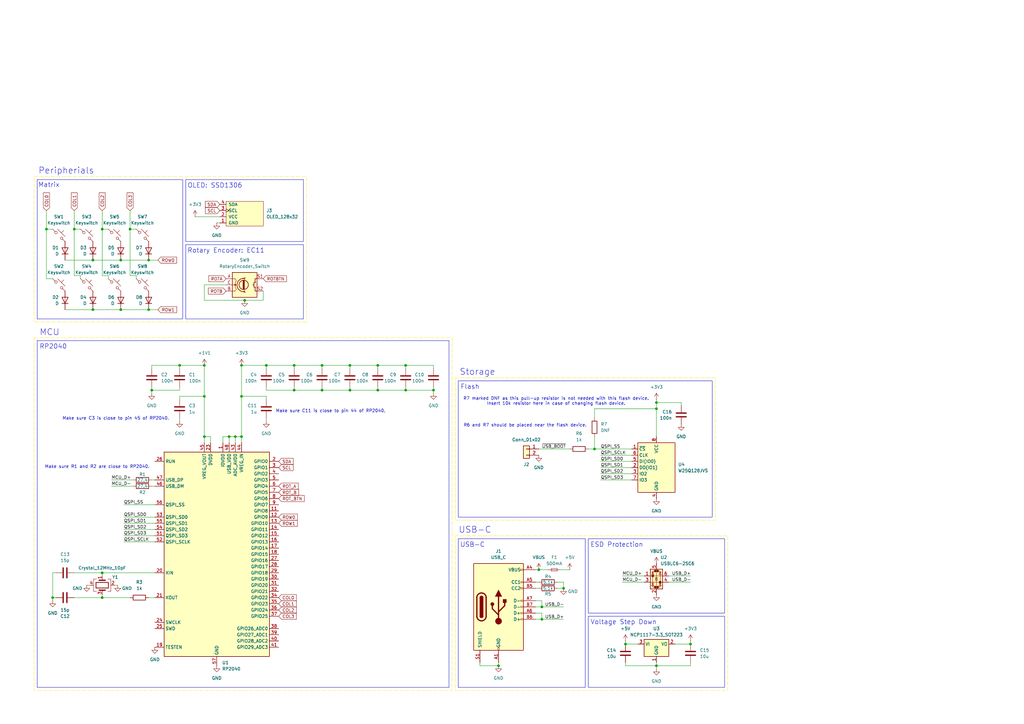
<source format=kicad_sch>
(kicad_sch (version 20231120) (generator "eeschema") (generator_version "8.0")
  (paper "A3")
  (title_block (title "HeyPad") (rev "2.0") (comment 1 "RP2040"))
  (lib_symbols
    (symbol "Connector:USB_C_Receptacle_USB2.0_14P" (pin_names (offset 1.016))
      (property "Reference" "J" (at 0 22.225 0))
      (property "Value" "USB_C_Receptacle_USB2.0_14P" (at 0 19.685 0))
      (symbol "USB_C_Receptacle_USB2.0_14P_1_1"
        (pin passive line (at 0 -22.86 90) (length 5.08) (name "GND") (number "A1"))
        (pin passive line (at 0 -22.86 90) (length 5.08) hide (name "GND") (number "A12"))
        (pin passive line (at 15.24 15.24 180) (length 5.08) (name "VBUS") (number "A4"))
        (pin bidirectional line (at 15.24 10.16 180) (length 5.08) (name "CC1") (number "A5"))
        (pin bidirectional line (at 15.24 -2.54 180) (length 5.08) (name "D+") (number "A6"))
        (pin bidirectional line (at 15.24 2.54 180) (length 5.08) (name "D-") (number "A7"))
        (pin passive line (at 15.24 15.24 180) (length 5.08) hide (name "VBUS") (number "A9"))
        (pin passive line (at 0 -22.86 90) (length 5.08) hide (name "GND") (number "B1"))
        (pin passive line (at 0 -22.86 90) (length 5.08) hide (name "GND") (number "B12"))
        (pin passive line (at 15.24 15.24 180) (length 5.08) hide (name "VBUS") (number "B4"))
        (pin bidirectional line (at 15.24 7.62 180) (length 5.08) (name "CC2") (number "B5"))
        (pin bidirectional line (at 15.24 -5.08 180) (length 5.08) (name "D+") (number "B6"))
        (pin bidirectional line (at 15.24 0 180) (length 5.08) (name "D-") (number "B7"))
        (pin passive line (at 15.24 15.24 180) (length 5.08) hide (name "VBUS") (number "B9"))
        (pin passive line (at -7.62 -22.86 90) (length 5.08) (name "SHIELD") (number "S1"))
      )
    )
    (symbol "Connector_Generic:Conn_01x02" (pin_names (offset 1.016) hide)
      (property "Reference" "J" (at 0 2.54 0))
      (property "Value" "Conn_01x02" (at 0 -5.08 0))
      (symbol "Conn_01x02_1_1"
        (pin passive line (at -5.08 0 0) (length 3.81) (name "Pin_1") (number "1"))
        (pin passive line (at -5.08 -2.54 0) (length 3.81) (name "Pin_2") (number "2"))
      )
    )
    (symbol "Device:C" (pin_numbers hide) (pin_names (offset 0.254))
      (property "Reference" "C" (at 0.635 2.54 0))
      (property "Value" "C" (at 0.635 -2.54 0))
      (symbol "C_1_1"
        (pin passive line (at 0 3.81 270) (length 2.794) (name "~") (number "1"))
        (pin passive line (at 0 -3.81 90) (length 2.794) (name "~") (number "2"))
      )
    )
    (symbol "Device:Crystal_GND24" (pin_names (offset 1.016) hide)
      (property "Reference" "Y" (at 3.175 5.08 0))
      (property "Value" "Crystal_GND24" (at 3.175 3.175 0))
      (symbol "Crystal_GND24_1_1"
        (pin passive line (at -3.81 0 0) (length 1.27) (name "1") (number "1"))
        (pin passive line (at 0 5.08 270) (length 1.27) (name "2") (number "2"))
        (pin passive line (at 3.81 0 180) (length 1.27) (name "3") (number "3"))
        (pin passive line (at 0 -5.08 90) (length 1.27) (name "4") (number "4"))
      )
    )
    (symbol "Device:D" (pin_numbers hide) (pin_names (offset 1.016) hide)
      (property "Reference" "D" (at 0 2.54 0))
      (property "Value" "D" (at 0 -2.54 0))
      (symbol "D_1_1"
        (pin passive line (at -3.81 0 0) (length 2.54) (name "K") (number "1"))
        (pin passive line (at 3.81 0 180) (length 2.54) (name "A") (number "2"))
      )
    )
    (symbol "Device:Fuse_Small" (pin_numbers hide) (pin_names (offset 0.254) hide)
      (property "Reference" "F" (at 0 -1.524 0))
      (property "Value" "Fuse_Small" (at 0 1.524 0))
      (symbol "Fuse_Small_1_1"
        (pin passive line (at -2.54 0 0) (length 1.27) (name "~") (number "1"))
        (pin passive line (at 2.54 0 180) (length 1.27) (name "~") (number "2"))
      )
    )
    (symbol "Device:R" (pin_numbers hide) (pin_names (offset 0))
      (property "Reference" "R" (at 2.032 0 90))
      (property "Value" "R" (at 0 0 90))
      (symbol "R_1_1"
        (pin passive line (at 0 3.81 270) (length 1.27) (name "~") (number "1"))
        (pin passive line (at 0 -3.81 90) (length 1.27) (name "~") (number "2"))
      )
    )
    (symbol "Device:RotaryEncoder_Switch" (pin_names (offset 0.254) hide)
      (property "Reference" "SW" (at 0 6.604 0))
      (property "Value" "RotaryEncoder_Switch" (at 0 -6.604 0))
      (symbol "RotaryEncoder_Switch_1_1"
        (pin passive line (at -7.62 2.54 0) (length 2.54) (name "A") (number "A"))
        (pin passive line (at -7.62 -2.54 0) (length 2.54) (name "B") (number "B"))
        (pin passive line (at -7.62 0 0) (length 2.54) (name "C") (number "C"))
        (pin passive line (at 7.62 2.54 180) (length 2.54) (name "S1") (number "S1"))
        (pin passive line (at 7.62 -2.54 180) (length 2.54) (name "S2") (number "S2"))
      )
    )
    (symbol "MCU_RaspberryPi:RP2040"
      (property "Reference" "U" (at 17.78 45.72 0))
      (property "Value" "RP2040" (at 17.78 43.18 0))
      (symbol "RP2040_1_1"
        (pin power_in line (at 2.54 45.72 270) (length 3.81) (name "IOVDD") (number "1"))
        (pin passive line (at 2.54 45.72 270) (length 3.81) hide (name "IOVDD") (number "10"))
        (pin bidirectional line (at 25.4 17.78 180) (length 3.81) (name "GPIO8") (number "11"))
        (pin bidirectional line (at 25.4 15.24 180) (length 3.81) (name "GPIO9") (number "12"))
        (pin bidirectional line (at 25.4 12.7 180) (length 3.81) (name "GPIO10") (number "13"))
        (pin bidirectional line (at 25.4 10.16 180) (length 3.81) (name "GPIO11") (number "14"))
        (pin bidirectional line (at 25.4 7.62 180) (length 3.81) (name "GPIO12") (number "15"))
        (pin bidirectional line (at 25.4 5.08 180) (length 3.81) (name "GPIO13") (number "16"))
        (pin bidirectional line (at 25.4 2.54 180) (length 3.81) (name "GPIO14") (number "17"))
        (pin bidirectional line (at 25.4 0 180) (length 3.81) (name "GPIO15") (number "18"))
        (pin input line (at -25.4 -38.1 0) (length 3.81) (name "TESTEN") (number "19"))
        (pin bidirectional line (at 25.4 38.1 180) (length 3.81) (name "GPIO0") (number "2"))
        (pin input line (at -25.4 -7.62 0) (length 3.81) (name "XIN") (number "20"))
        (pin passive line (at -25.4 -17.78 0) (length 3.81) (name "XOUT") (number "21"))
        (pin passive line (at 2.54 45.72 270) (length 3.81) hide (name "IOVDD") (number "22"))
        (pin power_in line (at -2.54 45.72 270) (length 3.81) (name "DVDD") (number "23"))
        (pin input line (at -25.4 -27.94 0) (length 3.81) (name "SWCLK") (number "24"))
        (pin bidirectional line (at -25.4 -30.48 0) (length 3.81) (name "SWD") (number "25"))
        (pin input line (at -25.4 38.1 0) (length 3.81) (name "RUN") (number "26"))
        (pin bidirectional line (at 25.4 -2.54 180) (length 3.81) (name "GPIO16") (number "27"))
        (pin bidirectional line (at 25.4 -5.08 180) (length 3.81) (name "GPIO17") (number "28"))
        (pin bidirectional line (at 25.4 -7.62 180) (length 3.81) (name "GPIO18") (number "29"))
        (pin bidirectional line (at 25.4 35.56 180) (length 3.81) (name "GPIO1") (number "3"))
        (pin bidirectional line (at 25.4 -10.16 180) (length 3.81) (name "GPIO19") (number "30"))
        (pin bidirectional line (at 25.4 -12.7 180) (length 3.81) (name "GPIO20") (number "31"))
        (pin bidirectional line (at 25.4 -15.24 180) (length 3.81) (name "GPIO21") (number "32"))
        (pin passive line (at 2.54 45.72 270) (length 3.81) hide (name "IOVDD") (number "33"))
        (pin bidirectional line (at 25.4 -17.78 180) (length 3.81) (name "GPIO22") (number "34"))
        (pin bidirectional line (at 25.4 -20.32 180) (length 3.81) (name "GPIO23") (number "35"))
        (pin bidirectional line (at 25.4 -22.86 180) (length 3.81) (name "GPIO24") (number "36"))
        (pin bidirectional line (at 25.4 -25.4 180) (length 3.81) (name "GPIO25") (number "37"))
        (pin bidirectional line (at 25.4 -30.48 180) (length 3.81) (name "GPIO26_ADC0") (number "38"))
        (pin bidirectional line (at 25.4 -33.02 180) (length 3.81) (name "GPIO27_ADC1") (number "39"))
        (pin bidirectional line (at 25.4 33.02 180) (length 3.81) (name "GPIO2") (number "4"))
        (pin bidirectional line (at 25.4 -35.56 180) (length 3.81) (name "GPIO28_ADC2") (number "40"))
        (pin bidirectional line (at 25.4 -38.1 180) (length 3.81) (name "GPIO29_ADC3") (number "41"))
        (pin passive line (at 2.54 45.72 270) (length 3.81) hide (name "IOVDD") (number "42"))
        (pin power_in line (at 7.62 45.72 270) (length 3.81) (name "ADC_AVDD") (number "43"))
        (pin power_in line (at 10.16 45.72 270) (length 3.81) (name "VREG_IN") (number "44"))
        (pin power_out line (at -5.08 45.72 270) (length 3.81) (name "VREG_VOUT") (number "45"))
        (pin bidirectional line (at -25.4 27.94 0) (length 3.81) (name "USB_DM") (number "46"))
        (pin bidirectional line (at -25.4 30.48 0) (length 3.81) (name "USB_DP") (number "47"))
        (pin power_in line (at 5.08 45.72 270) (length 3.81) (name "USB_VDD") (number "48"))
        (pin passive line (at 2.54 45.72 270) (length 3.81) hide (name "IOVDD") (number "49"))
        (pin bidirectional line (at 25.4 30.48 180) (length 3.81) (name "GPIO3") (number "5"))
        (pin passive line (at -2.54 45.72 270) (length 3.81) hide (name "DVDD") (number "50"))
        (pin bidirectional line (at -25.4 7.62 0) (length 3.81) (name "QSPI_SD3") (number "51"))
        (pin output line (at -25.4 5.08 0) (length 3.81) (name "QSPI_SCLK") (number "52"))
        (pin bidirectional line (at -25.4 15.24 0) (length 3.81) (name "QSPI_SD0") (number "53"))
        (pin bidirectional line (at -25.4 10.16 0) (length 3.81) (name "QSPI_SD2") (number "54"))
        (pin bidirectional line (at -25.4 12.7 0) (length 3.81) (name "QSPI_SD1") (number "55"))
        (pin bidirectional line (at -25.4 20.32 0) (length 3.81) (name "QSPI_SS") (number "56"))
        (pin power_in line (at 0 -45.72 90) (length 3.81) (name "GND") (number "57"))
        (pin bidirectional line (at 25.4 27.94 180) (length 3.81) (name "GPIO4") (number "6"))
        (pin bidirectional line (at 25.4 25.4 180) (length 3.81) (name "GPIO5") (number "7"))
        (pin bidirectional line (at 25.4 22.86 180) (length 3.81) (name "GPIO6") (number "8"))
        (pin bidirectional line (at 25.4 20.32 180) (length 3.81) (name "GPIO7") (number "9"))
      )
    )
    (symbol "Memory_Flash:W25Q128JVS"
      (property "Reference" "U" (at -6.35 11.43 0))
      (property "Value" "W25Q128JVS" (at 7.62 11.43 0))
      (symbol "W25Q128JVS_1_1"
        (pin input line (at -10.16 7.62 0) (length 2.54) (name "~{CS}") (number "1"))
        (pin bidirectional line (at -10.16 0 0) (length 2.54) (name "DO(IO1)") (number "2"))
        (pin bidirectional line (at -10.16 -2.54 0) (length 2.54) (name "IO2") (number "3"))
        (pin power_in line (at 0 -12.7 90) (length 2.54) (name "GND") (number "4"))
        (pin bidirectional line (at -10.16 2.54 0) (length 2.54) (name "DI(IO0)") (number "5"))
        (pin input line (at -10.16 5.08 0) (length 2.54) (name "CLK") (number "6"))
        (pin bidirectional line (at -10.16 -5.08 0) (length 2.54) (name "IO3") (number "7"))
        (pin power_in line (at 0 12.7 270) (length 2.54) (name "VCC") (number "8"))
      )
    )
    (symbol "Power_Protection:USBLC6-2SC6" (pin_names hide)
      (property "Reference" "U" (at 0.635 5.715 0))
      (property "Value" "USBLC6-2SC6" (at 0.635 3.81 0))
      (symbol "USBLC6-2SC6_1_1"
        (pin passive line (at -5.08 0 0) (length 2.54) (name "I/O1") (number "1"))
        (pin passive line (at 0 -7.62 90) (length 2.54) (name "GND") (number "2"))
        (pin passive line (at -5.08 -2.54 0) (length 2.54) (name "I/O2") (number "3"))
        (pin passive line (at 5.08 -2.54 180) (length 2.54) (name "I/O2") (number "4"))
        (pin passive line (at 0 5.08 270) (length 2.54) (name "VBUS") (number "5"))
        (pin passive line (at 5.08 0 180) (length 2.54) (name "I/O1") (number "6"))
      )
    )
    (symbol "Regulator_Linear:NCP1117-3.3_SOT223"
      (property "Reference" "U" (at -3.81 3.175 0))
      (property "Value" "NCP1117-3.3_SOT223" (at 0 3.175 0))
      (symbol "NCP1117-3.3_SOT223_1_1"
        (pin power_in line (at 0 -7.62 90) (length 2.54) (name "GND") (number "1"))
        (pin power_out line (at 7.62 0 180) (length 2.54) (name "VO") (number "2"))
        (pin power_in line (at -7.62 0 0) (length 2.54) (name "VI") (number "3"))
      )
    )
    (symbol "ScottoKeebs:OLED_128x32" (pin_names (offset 1.016))
      (property "Reference" "J" (at 0 -6.35 0))
      (property "Value" "OLED_128x32" (at 0 6.35 0))
      (symbol "OLED_128x32_1_1"
        (pin power_in line (at -2.54 -3.81 0) (length 2.54) (name "GND") (number "1"))
        (pin power_in line (at -2.54 -1.27 0) (length 2.54) (name "VCC") (number "2"))
        (pin input clock (at -2.54 1.27 0) (length 2.54) (name "SCL") (number "3"))
        (pin bidirectional line (at -2.54 3.81 0) (length 2.54) (name "SDA") (number "4"))
      )
    )
    (symbol "Switch:SW_Push_45deg" (pin_numbers hide) (pin_names (offset 1.016) hide)
      (property "Reference" "SW" (at 3.048 1.016 0))
      (property "Value" "SW_Push_45deg" (at 0 -3.81 0))
      (symbol "SW_Push_45deg_0_1"
        (pin passive line (at -2.54 2.54 0) (length 0) (name "1") (number "1"))
        (pin passive line (at 2.54 -2.54 180) (length 0) (name "2") (number "2"))
      )
    )
    (symbol "power:+1V1" (power) (pin_numbers hide) (pin_names (offset 0) hide)
      (property "Value" "+1V1" (at 0 3.556 0))
      (symbol "+1V1_1_1"
        (pin power_in line (at 0 0 90) (length 0) (name "~") (number "1"))
      )
    )
    (symbol "power:+3V3" (power) (pin_numbers hide) (pin_names (offset 0) hide)
      (property "Value" "+3V3" (at 0 3.556 0))
      (symbol "+3V3_1_1"
        (pin power_in line (at 0 0 90) (length 0) (name "~") (number "1"))
      )
    )
    (symbol "power:+5V" (power) (pin_numbers hide) (pin_names (offset 0) hide)
      (property "Value" "+5V" (at 0 3.556 0))
      (symbol "+5V_1_1"
        (pin power_in line (at 0 0 90) (length 0) (name "~") (number "1"))
      )
    )
    (symbol "power:GND" (power) (pin_numbers hide) (pin_names (offset 0) hide)
      (property "Value" "GND" (at 0 -3.81 0))
      (symbol "GND_1_1"
        (pin power_in line (at 0 0 270) (length 0) (name "~") (number "1"))
      )
    )
    (symbol "power:VBUS" (power) (pin_numbers hide) (pin_names (offset 0) hide)
      (property "Value" "VBUS" (at 0 3.556 0))
      (symbol "VBUS_1_1"
        (pin power_in line (at 0 0 90) (length 0) (name "~") (number "1"))
      )
    )
  )
  (junction (at 53.34 93.98))
  (junction (at 60.96 127))
  (junction (at 21.59 245.11))
  (junction (at 283.21 264.16))
  (junction (at 269.24 273.05))
  (junction (at 256.54 264.16))
  (junction (at 132.08 149.86))
  (junction (at 99.06 179.07))
  (junction (at 269.24 165.1))
  (junction (at 41.91 93.98))
  (junction (at 120.65 149.86))
  (junction (at 222.25 248.92))
  (junction (at 220.98 233.68))
  (junction (at 269.24 167.64))
  (junction (at 143.51 149.86))
  (junction (at 204.47 273.05))
  (junction (at 93.98 179.07))
  (junction (at 49.53 127))
  (junction (at 231.14 241.3))
  (junction (at 154.94 160.02))
  (junction (at 96.52 179.07))
  (junction (at 62.23 160.02))
  (junction (at 83.82 149.86))
  (junction (at 41.91 245.11))
  (junction (at 243.84 184.15))
  (junction (at 41.91 234.95))
  (junction (at 166.37 149.86))
  (junction (at 99.06 149.86))
  (junction (at 73.66 149.86))
  (junction (at 132.08 160.02))
  (junction (at 83.82 162.56))
  (junction (at 19.05 93.98))
  (junction (at 154.94 149.86))
  (junction (at 83.82 179.07))
  (junction (at 100.33 123.19))
  (junction (at 222.25 254))
  (junction (at 38.1 106.68))
  (junction (at 99.06 162.56))
  (junction (at 166.37 160.02))
  (junction (at 30.48 93.98))
  (junction (at 49.53 106.68))
  (junction (at 38.1 127))
  (junction (at 109.22 149.86))
  (junction (at 177.8 160.02))
  (junction (at 60.96 106.68))
  (junction (at 120.65 160.02))
  (junction (at 143.51 160.02))
  (wire (pts (xy 177.8 149.86) (xy 177.8 151.13)))
  (wire (pts (xy 99.06 162.56) (xy 99.06 179.07)))
  (wire (pts (xy 228.6 238.76) (xy 231.14 238.76)))
  (wire (pts (xy 256.54 262.89) (xy 256.54 264.16)))
  (wire (pts (xy 88.9 91.44) (xy 90.17 91.44)))
  (wire (pts (xy 21.59 234.95) (xy 21.59 245.11)))
  (wire (pts (xy 19.05 114.3) (xy 21.59 114.3)))
  (wire (pts (xy 50.8 222.25) (xy 63.5 222.25)))
  (wire (pts (xy 283.21 262.89) (xy 283.21 264.16)))
  (wire (pts (xy 30.48 113.03) (xy 30.48 93.98)))
  (wire (pts (xy 219.71 238.76) (xy 220.98 238.76)))
  (wire (pts (xy 220.98 233.68) (xy 224.79 233.68)))
  (wire (pts (xy 166.37 160.02) (xy 154.94 160.02)))
  (wire (pts (xy 274.32 236.22) (xy 283.21 236.22)))
  (wire (pts (xy 38.1 127) (xy 49.53 127)))
  (wire (pts (xy 41.91 113.03) (xy 41.91 93.98)))
  (wire (pts (xy 166.37 158.75) (xy 166.37 160.02)))
  (wire (pts (xy 73.66 160.02) (xy 73.66 158.75)))
  (wire (pts (xy 109.22 149.86) (xy 109.22 151.13)))
  (wire (pts (xy 154.94 149.86) (xy 154.94 151.13)))
  (wire (pts (xy 93.98 179.07) (xy 93.98 181.61)))
  (wire (pts (xy 154.94 158.75) (xy 154.94 160.02)))
  (wire (pts (xy 86.36 179.07) (xy 83.82 179.07)))
  (wire (pts (xy 60.96 245.11) (xy 63.5 245.11)))
  (wire (pts (xy 246.38 196.85) (xy 259.08 196.85)))
  (wire (pts (xy 269.24 167.64) (xy 269.24 179.07)))
  (wire (pts (xy 196.85 271.78) (xy 196.85 273.05)))
  (wire (pts (xy 21.59 245.11) (xy 21.59 246.38)))
  (wire (pts (xy 44.45 113.03) (xy 41.91 113.03)))
  (wire (pts (xy 21.59 245.11) (xy 22.86 245.11)))
  (wire (pts (xy 219.71 246.38) (xy 222.25 246.38)))
  (wire (pts (xy 45.72 199.39) (xy 54.61 199.39)))
  (wire (pts (xy 228.6 241.3) (xy 231.14 241.3)))
  (wire (pts (xy 154.94 160.02) (xy 143.51 160.02)))
  (wire (pts (xy 83.82 116.84) (xy 83.82 123.19)))
  (wire (pts (xy 222.25 248.92) (xy 231.14 248.92)))
  (wire (pts (xy 229.87 233.68) (xy 233.68 233.68)))
  (wire (pts (xy 83.82 123.19) (xy 100.33 123.19)))
  (wire (pts (xy 41.91 245.11) (xy 41.91 243.84)))
  (wire (pts (xy 143.51 149.86) (xy 143.51 151.13)))
  (wire (pts (xy 269.24 165.1) (xy 269.24 167.64)))
  (wire (pts (xy 33.02 113.03) (xy 33.02 114.3)))
  (wire (pts (xy 45.72 196.85) (xy 54.61 196.85)))
  (wire (pts (xy 256.54 271.78) (xy 256.54 273.05)))
  (wire (pts (xy 219.71 241.3) (xy 220.98 241.3)))
  (wire (pts (xy 83.82 149.86) (xy 83.82 162.56)))
  (wire (pts (xy 132.08 149.86) (xy 143.51 149.86)))
  (wire (pts (xy 50.8 207.01) (xy 63.5 207.01)))
  (wire (pts (xy 46.99 240.03) (xy 48.26 240.03)))
  (wire (pts (xy 80.01 88.9) (xy 90.17 88.9)))
  (wire (pts (xy 50.8 217.17) (xy 63.5 217.17)))
  (wire (pts (xy 55.88 113.03) (xy 53.34 113.03)))
  (wire (pts (xy 154.94 149.86) (xy 166.37 149.86)))
  (wire (pts (xy 62.23 161.29) (xy 62.23 160.02)))
  (wire (pts (xy 222.25 246.38) (xy 222.25 248.92)))
  (wire (pts (xy 283.21 273.05) (xy 283.21 271.78)))
  (wire (pts (xy 33.02 113.03) (xy 30.48 113.03)))
  (wire (pts (xy 269.24 271.78) (xy 269.24 273.05)))
  (wire (pts (xy 177.8 160.02) (xy 177.8 161.29)))
  (wire (pts (xy 62.23 199.39) (xy 63.5 199.39)))
  (wire (pts (xy 177.8 158.75) (xy 177.8 160.02)))
  (wire (pts (xy 62.23 158.75) (xy 62.23 160.02)))
  (wire (pts (xy 269.24 163.83) (xy 269.24 165.1)))
  (wire (pts (xy 30.48 86.36) (xy 30.48 93.98)))
  (wire (pts (xy 99.06 149.86) (xy 99.06 162.56)))
  (wire (pts (xy 99.06 162.56) (xy 109.22 162.56)))
  (wire (pts (xy 246.38 191.77) (xy 259.08 191.77)))
  (wire (pts (xy 55.88 113.03) (xy 55.88 114.3)))
  (wire (pts (xy 219.71 251.46) (xy 222.25 251.46)))
  (wire (pts (xy 19.05 86.36) (xy 19.05 93.98)))
  (wire (pts (xy 243.84 179.07) (xy 243.84 184.15)))
  (wire (pts (xy 269.24 274.32) (xy 269.24 273.05)))
  (wire (pts (xy 241.3 184.15) (xy 243.84 184.15)))
  (wire (pts (xy 243.84 167.64) (xy 269.24 167.64)))
  (wire (pts (xy 246.38 189.23) (xy 259.08 189.23)))
  (wire (pts (xy 132.08 160.02) (xy 120.65 160.02)))
  (wire (pts (xy 222.25 254) (xy 219.71 254)))
  (wire (pts (xy 60.96 106.68) (xy 64.77 106.68)))
  (wire (pts (xy 53.34 86.36) (xy 53.34 93.98)))
  (wire (pts (xy 41.91 86.36) (xy 41.91 93.98)))
  (wire (pts (xy 83.82 179.07) (xy 83.82 181.61)))
  (wire (pts (xy 222.25 248.92) (xy 219.71 248.92)))
  (wire (pts (xy 19.05 93.98) (xy 21.59 93.98)))
  (wire (pts (xy 243.84 184.15) (xy 259.08 184.15)))
  (wire (pts (xy 86.36 181.61) (xy 86.36 179.07)))
  (wire (pts (xy 109.22 162.56) (xy 109.22 163.83)))
  (wire (pts (xy 222.25 254) (xy 231.14 254)))
  (wire (pts (xy 38.1 106.68) (xy 49.53 106.68)))
  (wire (pts (xy 62.23 196.85) (xy 63.5 196.85)))
  (wire (pts (xy 93.98 179.07) (xy 96.52 179.07)))
  (wire (pts (xy 44.45 93.98) (xy 41.91 93.98)))
  (wire (pts (xy 35.56 240.03) (xy 36.83 240.03)))
  (wire (pts (xy 53.34 113.03) (xy 53.34 93.98)))
  (wire (pts (xy 269.24 273.05) (xy 283.21 273.05)))
  (wire (pts (xy 256.54 273.05) (xy 269.24 273.05)))
  (wire (pts (xy 166.37 149.86) (xy 166.37 151.13)))
  (wire (pts (xy 177.8 160.02) (xy 166.37 160.02)))
  (wire (pts (xy 255.27 238.76) (xy 264.16 238.76)))
  (wire (pts (xy 19.05 93.98) (xy 19.05 114.3)))
  (wire (pts (xy 243.84 171.45) (xy 243.84 167.64)))
  (wire (pts (xy 62.23 160.02) (xy 73.66 160.02)))
  (wire (pts (xy 62.23 151.13) (xy 62.23 149.86)))
  (wire (pts (xy 55.88 93.98) (xy 53.34 93.98)))
  (wire (pts (xy 50.8 212.09) (xy 63.5 212.09)))
  (wire (pts (xy 92.71 116.84) (xy 83.82 116.84)))
  (wire (pts (xy 246.38 186.69) (xy 259.08 186.69)))
  (wire (pts (xy 222.25 251.46) (xy 222.25 254)))
  (wire (pts (xy 96.52 179.07) (xy 96.52 181.61)))
  (wire (pts (xy 120.65 149.86) (xy 120.65 151.13)))
  (wire (pts (xy 196.85 273.05) (xy 204.47 273.05)))
  (wire (pts (xy 204.47 271.78) (xy 204.47 273.05)))
  (wire (pts (xy 246.38 194.31) (xy 259.08 194.31)))
  (wire (pts (xy 109.22 160.02) (xy 109.22 158.75)))
  (wire (pts (xy 143.51 158.75) (xy 143.51 160.02)))
  (wire (pts (xy 120.65 149.86) (xy 132.08 149.86)))
  (wire (pts (xy 83.82 162.56) (xy 83.82 179.07)))
  (wire (pts (xy 274.32 238.76) (xy 283.21 238.76)))
  (wire (pts (xy 26.67 106.68) (xy 38.1 106.68)))
  (wire (pts (xy 231.14 238.76) (xy 231.14 241.3)))
  (wire (pts (xy 109.22 149.86) (xy 120.65 149.86)))
  (wire (pts (xy 255.27 236.22) (xy 264.16 236.22)))
  (wire (pts (xy 73.66 171.45) (xy 73.66 172.72)))
  (wire (pts (xy 166.37 149.86) (xy 177.8 149.86)))
  (wire (pts (xy 50.8 214.63) (xy 63.5 214.63)))
  (wire (pts (xy 219.71 233.68) (xy 220.98 233.68)))
  (wire (pts (xy 62.23 149.86) (xy 73.66 149.86)))
  (wire (pts (xy 60.96 127) (xy 64.77 127)))
  (wire (pts (xy 99.06 179.07) (xy 99.06 181.61)))
  (wire (pts (xy 279.4 165.1) (xy 279.4 166.37)))
  (wire (pts (xy 107.95 119.38) (xy 107.95 123.19)))
  (wire (pts (xy 220.98 184.15) (xy 233.68 184.15)))
  (wire (pts (xy 30.48 234.95) (xy 41.91 234.95)))
  (wire (pts (xy 44.45 113.03) (xy 44.45 114.3)))
  (wire (pts (xy 50.8 219.71) (xy 63.5 219.71)))
  (wire (pts (xy 30.48 245.11) (xy 41.91 245.11)))
  (wire (pts (xy 269.24 165.1) (xy 279.4 165.1)))
  (wire (pts (xy 120.65 158.75) (xy 120.65 160.02)))
  (wire (pts (xy 33.02 93.98) (xy 30.48 93.98)))
  (wire (pts (xy 41.91 234.95) (xy 41.91 236.22)))
  (wire (pts (xy 73.66 162.56) (xy 73.66 163.83)))
  (wire (pts (xy 41.91 245.11) (xy 53.34 245.11)))
  (wire (pts (xy 22.86 234.95) (xy 21.59 234.95)))
  (wire (pts (xy 143.51 149.86) (xy 154.94 149.86)))
  (wire (pts (xy 49.53 106.68) (xy 60.96 106.68)))
  (wire (pts (xy 107.95 123.19) (xy 100.33 123.19)))
  (wire (pts (xy 96.52 179.07) (xy 99.06 179.07)))
  (wire (pts (xy 276.86 264.16) (xy 283.21 264.16)))
  (wire (pts (xy 63.5 234.95) (xy 41.91 234.95)))
  (wire (pts (xy 73.66 149.86) (xy 83.82 149.86)))
  (wire (pts (xy 143.51 160.02) (xy 132.08 160.02)))
  (wire (pts (xy 91.44 181.61) (xy 91.44 179.07)))
  (wire (pts (xy 109.22 171.45) (xy 109.22 172.72)))
  (wire (pts (xy 91.44 179.07) (xy 93.98 179.07)))
  (wire (pts (xy 49.53 127) (xy 60.96 127)))
  (wire (pts (xy 256.54 264.16) (xy 261.62 264.16)))
  (wire (pts (xy 132.08 158.75) (xy 132.08 160.02)))
  (wire (pts (xy 83.82 162.56) (xy 73.66 162.56)))
  (wire (pts (xy 26.67 127) (xy 38.1 127)))
  (wire (pts (xy 73.66 151.13) (xy 73.66 149.86)))
  (wire (pts (xy 120.65 160.02) (xy 109.22 160.02)))
  (wire (pts (xy 132.08 149.86) (xy 132.08 151.13)))
  (wire (pts (xy 99.06 149.86) (xy 109.22 149.86)))
  (rectangle (start 15.24 139.7) (end 184.15 281.94))
  (rectangle (start 187.96 220.98) (end 240.03 281.94))
  (rectangle (start 241.3 252.73) (end 297.18 281.94))
  (rectangle (start 13.97 138.43) (end 185.42 283.21) (stroke (width 0) (type dash) (color 255 229 36 1)))
  (rectangle (start 241.3 220.98) (end 297.18 251.46))
  (rectangle (start 13.97 72.39) (end 125.73 132.08) (stroke (width 0) (type dash) (color 255 229 36 1)))
  (rectangle (start 186.69 154.94) (end 293.37 213.36) (stroke (width 0) (type dash) (color 255 229 36 1)))
  (rectangle (start 186.69 219.71) (end 298.45 283.21) (stroke (width 0) (type dash) (color 255 229 36 1)))
  (rectangle (start 76.2 73.66) (end 124.46 99.06))
  (rectangle (start 76.2 100.33) (end 124.46 130.81))
  (rectangle (start 15.24 73.66) (end 74.93 130.81))
  (rectangle (start 187.96 156.21) (end 292.1 212.09))
  (text "R6 and R7 should be placed near the flash device." (at 215.392 174.498 0) (effects (font (size 1.27 1.27))))
  (text "Make sure C11 is close to pin 44 of RP2040." (at 135.636 168.656 0) (effects (font (size 1.27 1.27))))
  (text "MCU" (at 20.32 136.398 0) (effects (font (size 2.54 2.54))))
  (text "ESD Protection" (at 252.984 223.52 0) (effects (font (size 1.905 1.905))))
  (text "Voltage Step Down" (at 255.778 255.27 0) (effects (font (size 1.905 1.905))))
  (text "Make sure C3 is close to pin 45 of RP2040." (at 47.498 171.704 0) (effects (font (size 1.27 1.27))))
  (text "R7 marked DNF as this pull-up resistor is not needed with this flash device.\nInsert 10k resistor here in case of changing flash device." (at 228.092 164.592 0) (effects (font (size 1.27 1.27))))
  (text "Rotary Encoder: EC11" (at 92.71 102.87 0) (effects (font (size 1.905 1.905))))
  (text "Peripherials" (at 27.178 70.104 0) (effects (font (size 2.54 2.54))))
  (text "Flash" (at 192.786 158.75 0) (effects (font (size 1.905 1.905))))
  (text "USB-C" (at 194.818 217.424 0) (effects (font (size 2.54 2.54))))
  (text "RP2040" (at 21.844 142.24 0) (effects (font (size 1.905 1.905))))
  (text "Matrix" (at 20.066 75.946 0) (effects (font (size 1.905 1.905))))
  (text "Storage" (at 195.834 152.654 0) (effects (font (size 2.54 2.54))))
  (text "OLED: SSD1306" (at 88.138 76.2 0) (effects (font (size 1.905 1.905))))
  (text "USB-C" (at 193.802 223.52 0) (effects (font (size 1.905 1.905))))
  (text "Make sure R1 and R2 are close to RP2040." (at 39.878 191.516 0) (effects (font (size 1.27 1.27))))
  (label "QSPI_SCLK" (at 50.8 222.25 0))
  (label "QSPI_SCLK" (at 246.38 186.69 0))
  (label "QSPI_SD0" (at 50.8 212.09 0))
  (label "QSPI_SD3" (at 246.38 196.85 0))
  (label "MCU_D+" (at 255.27 236.22 0))
  (label "QSPI_SS" (at 50.8 207.01 0))
  (label "MCU_D+" (at 45.72 196.85 0))
  (label "~{USB_BOOT}" (at 222.25 184.15 0))
  (label "QSPI_SD3" (at 50.8 219.71 0))
  (label "QSPI_SD1" (at 50.8 214.63 0))
  (label "QSPI_SS" (at 246.38 184.15 0))
  (label "MCU_D-" (at 255.27 238.76 0))
  (label "QSPI_SD2" (at 50.8 217.17 0))
  (label "MCU_D-" (at 45.72 199.39 0))
  (label "USB_D+" (at 223.52 254 0))
  (label "USB_D-" (at 223.52 248.92 0))
  (label "QSPI_SD0" (at 246.38 189.23 0))
  (label "QSPI_SD1" (at 246.38 191.77 0))
  (label "QSPI_SD2" (at 246.38 194.31 0))
  (label "USB_D+" (at 275.59 236.22 0))
  (label "USB_D-" (at 275.59 238.76 0))
  (global_label "COL0" (shape input) (at 114.3 245.11 0) (property "Intersheetrefs" "${INTERSHEET_REFS}" (effects (hide yes))))
  (global_label "ROTB" (shape input) (at 92.71 119.38 180) (property "Intersheetrefs" "${INTERSHEET_REFS}" (effects (hide yes))))
  (global_label "ROT_B" (shape input) (at 114.3 201.93 0) (property "Intersheetrefs" "${INTERSHEET_REFS}" (effects (hide yes))))
  (global_label "SDA" (shape input) (at 114.3 189.23 0) (property "Intersheetrefs" "${INTERSHEET_REFS}" (effects (hide yes))))
  (global_label "ROT_BTN" (shape input) (at 114.3 204.47 0) (property "Intersheetrefs" "${INTERSHEET_REFS}" (effects (hide yes))))
  (global_label "ROTA" (shape input) (at 92.71 114.3 180) (property "Intersheetrefs" "${INTERSHEET_REFS}" (effects (hide yes))))
  (global_label "ROTBTN" (shape input) (at 107.95 114.3 0) (property "Intersheetrefs" "${INTERSHEET_REFS}" (effects (hide yes))))
  (global_label "COL1" (shape input) (at 30.48 86.36 90) (property "Intersheetrefs" "${INTERSHEET_REFS}" (effects (hide yes))))
  (global_label "COL3" (shape input) (at 114.3 252.73 0) (property "Intersheetrefs" "${INTERSHEET_REFS}" (effects (hide yes))))
  (global_label "COL2" (shape input) (at 41.91 86.36 90) (property "Intersheetrefs" "${INTERSHEET_REFS}" (effects (hide yes))))
  (global_label "ROW0" (shape input) (at 114.3 212.09 0) (property "Intersheetrefs" "${INTERSHEET_REFS}" (effects (hide yes))))
  (global_label "ROW1" (shape input) (at 114.3 214.63 0) (property "Intersheetrefs" "${INTERSHEET_REFS}" (effects (hide yes))))
  (global_label "ROT_A" (shape input) (at 114.3 199.39 0) (property "Intersheetrefs" "${INTERSHEET_REFS}" (effects (hide yes))))
  (global_label "SCL" (shape input) (at 90.17 86.36 180) (property "Intersheetrefs" "${INTERSHEET_REFS}" (effects (hide yes))))
  (global_label "COL2" (shape input) (at 114.3 250.19 0) (property "Intersheetrefs" "${INTERSHEET_REFS}" (effects (hide yes))))
  (global_label "COL0" (shape input) (at 19.05 86.36 90) (property "Intersheetrefs" "${INTERSHEET_REFS}" (effects (hide yes))))
  (global_label "SCL" (shape input) (at 114.3 191.77 0) (property "Intersheetrefs" "${INTERSHEET_REFS}" (effects (hide yes))))
  (global_label "ROW1" (shape input) (at 64.77 127 0) (property "Intersheetrefs" "${INTERSHEET_REFS}" (effects (hide yes))))
  (global_label "COL3" (shape input) (at 53.34 86.36 90) (property "Intersheetrefs" "${INTERSHEET_REFS}" (effects (hide yes))))
  (global_label "SDA" (shape input) (at 90.17 83.82 180) (property "Intersheetrefs" "${INTERSHEET_REFS}" (effects (hide yes))))
  (global_label "COL1" (shape input) (at 114.3 247.65 0) (property "Intersheetrefs" "${INTERSHEET_REFS}" (effects (hide yes))))
  (global_label "ROW0" (shape input) (at 64.77 106.68 0) (property "Intersheetrefs" "${INTERSHEET_REFS}" (effects (hide yes))))
  (symbol (lib_id "Regulator_Linear:NCP1117-3.3_SOT223") (at 269.24 264.16 0) (unit 1)
    (property "Reference" "U3" (at 269.24 257.81 0))
    (property "Value" "NCP1117-3.3_SOT223" (at 269.24 260.35 0))
    (property "Footprint" "Package_TO_SOT_SMD:SOT-223-3_TabPin2" (effects (hide yes)))
    (property "Datasheet" "http://www.onsemi.com/pub_link/Collateral/NCP1117-D.PDF" (effects (hide yes)))
    (property "Description" "1A Low drop-out regulator, Fixed Output 3.3V, SOT-223" (effects (hide yes)))
  )
  (symbol (lib_id "Switch:SW_Push_45deg") (at 35.56 116.84 0) (unit 1)
    (property "Reference" "SW4" (at 35.56 109.22 0))
    (property "Value" "Keyswitch" (at 35.56 111.76 0))
    (property "Footprint" "keyswitches.pretty-master:Kailh_socket_MX" (effects (hide yes)))
    (property "Description" "Push button switch, normally open, two pins, 45° tilted" (effects (hide yes)))
  )
  (symbol (lib_id "Device:D") (at 26.67 102.87 270) (mirror x) (unit 1)
    (property "Reference" "D1" (at 24.13 101.5999 90) (effects (justify right)))
    (property "Value" "D" (at 24.13 104.1399 90) (effects (justify right)))
    (property "Description" "Diode" (effects (hide yes)))
    (property "Sim.Device" "D" (effects (hide yes)))
    (property "Sim.Pins" "1=K 2=A" (effects (hide yes)))
  )
  (symbol (lib_id "Device:R") (at 243.84 175.26 0) (unit 1)
    (property "Reference" "R7" (at 246.38 173.9899 0) (effects (justify left)))
    (property "Value" "DNF" (at 246.38 176.5299 0) (effects (justify left)))
    (property "Description" "Resistor" (effects (hide yes)))
  )
  (symbol (lib_id "power:GND") (at 109.22 172.72 0) (unit 1)
    (property "Reference" "#PWR8" (effects (hide yes)))
    (property "Value" "GND" (at 109.22 177.8 0))
    (property "Description" "Power symbol creates a global label with name \"GND\" , ground" (effects (hide yes)))
  )
  (symbol (lib_id "power:GND") (at 269.24 243.84 0) (unit 1)
    (property "Reference" "#PWR16" (effects (hide yes)))
    (property "Value" "GND" (at 269.24 248.92 0))
    (property "Description" "Power symbol creates a global label with name \"GND\" , ground" (effects (hide yes)))
  )
  (symbol (lib_id "Device:C") (at 26.67 234.95 90) (unit 1)
    (property "Reference" "C13" (at 26.67 227.33 90))
    (property "Value" "15p" (at 26.67 229.87 90))
    (property "Description" "Unpolarized capacitor" (effects (hide yes)))
  )
  (symbol (lib_id "power:GND") (at 88.9 273.05 0) (unit 1)
    (property "Reference" "#PWR1" (effects (hide yes)))
    (property "Value" "GND" (at 88.9 278.13 0))
    (property "Description" "Power symbol creates a global label with name \"GND\" , ground" (effects (hide yes)))
  )
  (symbol (lib_id "Device:C") (at 166.37 154.94 0) (mirror y) (unit 1)
    (property "Reference" "C9" (at 162.56 153.6699 0) (effects (justify left)))
    (property "Value" "100n" (at 162.56 156.2099 0) (effects (justify left)))
    (property "Description" "Unpolarized capacitor" (effects (hide yes)))
  )
  (symbol (lib_id "power:GND") (at 35.56 240.03 0) (mirror y) (unit 1)
    (property "Reference" "#PWR10" (effects (hide yes)))
    (property "Value" "GND" (at 31.75 241.3 0))
    (property "Description" "Power symbol creates a global label with name \"GND\" , ground" (effects (hide yes)))
  )
  (symbol (lib_id "Device:R") (at 58.42 196.85 90) (mirror x) (unit 1)
    (property "Reference" "R1" (at 58.42 194.564 90))
    (property "Value" "27.4" (at 58.42 196.85 90))
    (property "Description" "Resistor" (effects (hide yes)))
  )
  (symbol (lib_id "power:GND") (at 63.5 265.43 0) (unit 1)
    (property "Reference" "#PWR2" (effects (hide yes)))
    (property "Value" "GND" (at 63.5 270.51 0))
    (property "Description" "Power symbol creates a global label with name \"GND\" , ground" (effects (hide yes)))
  )
  (symbol (lib_id "Connector_Generic:Conn_01x02") (at 215.9 184.15 0) (mirror y) (unit 1)
    (property "Reference" "J2" (at 215.9 190.5 0))
    (property "Value" "Conn_01x02" (at 215.9 180.34 0))
    (property "Description" "Generic connector, single row, 01x02, script generated (kicad-library-utils/schlib/autogen/connector/)" (effects (hide yes)))
  )
  (symbol (lib_id "Device:C") (at 109.22 154.94 0) (mirror y) (unit 1)
    (property "Reference" "C4" (at 105.41 153.6699 0) (effects (justify left)))
    (property "Value" "100n" (at 105.41 156.2099 0) (effects (justify left)))
    (property "Description" "Unpolarized capacitor" (effects (hide yes)))
  )
  (symbol (lib_id "Device:Crystal_GND24") (at 41.91 240.03 270) (unit 1)
    (property "Reference" "Y1" (at 47.244 236.728 90))
    (property "Value" "Crystal_12MHz_10pF" (at 41.91 232.918 90))
    (property "Description" "Four pin crystal, GND on pins 2 and 4" (effects (hide yes)))
  )
  (symbol (lib_id "Switch:SW_Push_45deg") (at 58.42 116.84 0) (unit 1)
    (property "Reference" "SW8" (at 58.42 109.22 0))
    (property "Value" "Keyswitch" (at 58.42 111.76 0))
    (property "Footprint" "keyswitches.pretty-master:Kailh_socket_MX" (effects (hide yes)))
    (property "Description" "Push button switch, normally open, two pins, 45° tilted" (effects (hide yes)))
  )
  (symbol (lib_id "Device:R") (at 224.79 241.3 90) (unit 1)
    (property "Reference" "R5" (at 224.79 243.586 90))
    (property "Value" "5.1k" (at 224.79 241.3 90))
    (property "Description" "Resistor" (effects (hide yes)))
  )
  (symbol (lib_id "power:+3V3") (at 269.24 163.83 0) (unit 1)
    (property "Reference" "#PWR22" (effects (hide yes)))
    (property "Value" "+3V3" (at 269.24 158.75 0))
    (property "Description" "Power symbol creates a global label with name \"+3V3\"" (effects (hide yes)))
  )
  (symbol (lib_id "Device:C") (at 62.23 154.94 0) (unit 1)
    (property "Reference" "C2" (at 66.04 153.6699 0) (effects (justify left)))
    (property "Value" "100n" (at 66.04 156.2099 0) (effects (justify left)))
    (property "Description" "Unpolarized capacitor" (effects (hide yes)))
  )
  (symbol (lib_id "power:GND") (at 220.98 186.69 0) (unit 1)
    (property "Reference" "#PWR24" (effects (hide yes)))
    (property "Value" "GND" (at 220.98 191.77 0))
    (property "Description" "Power symbol creates a global label with name \"GND\" , ground" (effects (hide yes)))
  )
  (symbol (lib_id "Device:D") (at 26.67 123.19 270) (mirror x) (unit 1)
    (property "Reference" "D2" (at 24.13 121.9199 90) (effects (justify right)))
    (property "Value" "D" (at 24.13 124.4599 90) (effects (justify right)))
    (property "Description" "Diode" (effects (hide yes)))
    (property "Sim.Device" "D" (effects (hide yes)))
    (property "Sim.Pins" "1=K 2=A" (effects (hide yes)))
  )
  (symbol (lib_id "Device:C") (at 283.21 267.97 0) (mirror y) (unit 1)
    (property "Reference" "C15" (at 287.02 266.6999 0) (effects (justify right)))
    (property "Value" "10u" (at 287.02 269.2399 0) (effects (justify right)))
    (property "Description" "Unpolarized capacitor" (effects (hide yes)))
  )
  (symbol (lib_id "power:+5V") (at 233.68 233.68 0) (unit 1)
    (property "Reference" "#PWR13" (effects (hide yes)))
    (property "Value" "+5V" (at 233.68 228.6 0))
    (property "Description" "Power symbol creates a global label with name \"+5V\"" (effects (hide yes)))
  )
  (symbol (lib_id "Switch:SW_Push_45deg") (at 24.13 116.84 0) (unit 1)
    (property "Reference" "SW2" (at 24.13 109.22 0))
    (property "Value" "Keyswitch" (at 24.13 111.76 0))
    (property "Footprint" "keyswitches.pretty-master:Kailh_socket_MX" (effects (hide yes)))
    (property "Description" "Push button switch, normally open, two pins, 45° tilted" (effects (hide yes)))
  )
  (symbol (lib_id "Device:C") (at 177.8 154.94 0) (mirror y) (unit 1)
    (property "Reference" "C10" (at 173.99 153.6699 0) (effects (justify left)))
    (property "Value" "100n" (at 173.99 156.2099 0) (effects (justify left)))
    (property "Description" "Unpolarized capacitor" (effects (hide yes)))
  )
  (symbol (lib_id "power:+3V3") (at 80.01 88.9 0) (unit 1)
    (property "Reference" "#PWR26" (effects (hide yes)))
    (property "Value" "+3V3" (at 80.01 83.82 0))
    (property "Description" "Power symbol creates a global label with name \"+3V3\"" (effects (hide yes)))
  )
  (symbol (lib_id "Device:D") (at 60.96 102.87 270) (mirror x) (unit 1)
    (property "Reference" "D7" (at 58.42 101.5999 90) (effects (justify right)))
    (property "Value" "D" (at 58.42 104.1399 90) (effects (justify right)))
    (property "Description" "Diode" (effects (hide yes)))
    (property "Sim.Device" "D" (effects (hide yes)))
    (property "Sim.Pins" "1=K 2=A" (effects (hide yes)))
  )
  (symbol (lib_id "power:GND") (at 204.47 273.05 0) (unit 1)
    (property "Reference" "#PWR20" (effects (hide yes)))
    (property "Value" "GND" (at 204.47 278.13 0))
    (property "Description" "Power symbol creates a global label with name \"GND\" , ground" (effects (hide yes)))
  )
  (symbol (lib_id "power:+3V3") (at 283.21 262.89 0) (unit 1)
    (property "Reference" "#PWR18" (effects (hide yes)))
    (property "Value" "+3V3" (at 283.21 257.81 0))
    (property "Description" "Power symbol creates a global label with name \"+3V3\"" (effects (hide yes)))
  )
  (symbol (lib_id "Device:C") (at 279.4 170.18 0) (unit 1)
    (property "Reference" "C16" (at 275.59 168.9099 0) (effects (justify right)))
    (property "Value" "100n" (at 275.59 171.4499 0) (effects (justify right)))
    (property "Description" "Unpolarized capacitor" (effects (hide yes)))
  )
  (symbol (lib_id "power:GND") (at 21.59 246.38 0) (unit 1)
    (property "Reference" "#PWR11" (effects (hide yes)))
    (property "Value" "GND" (at 21.59 251.46 0))
    (property "Description" "Power symbol creates a global label with name \"GND\" , ground" (effects (hide yes)))
  )
  (symbol (lib_id "Device:R") (at 224.79 238.76 90) (mirror x) (unit 1)
    (property "Reference" "R4" (at 224.79 236.474 90))
    (property "Value" "5.1k" (at 224.79 238.76 90))
    (property "Description" "Resistor" (effects (hide yes)))
  )
  (symbol (lib_id "Device:C") (at 73.66 154.94 0) (unit 1)
    (property "Reference" "C1" (at 77.47 153.6699 0) (effects (justify left)))
    (property "Value" "100n" (at 77.47 156.2099 0) (effects (justify left)))
    (property "Description" "Unpolarized capacitor" (effects (hide yes)))
  )
  (symbol (lib_id "Device:C") (at 143.51 154.94 0) (mirror y) (unit 1)
    (property "Reference" "C7" (at 139.7 153.6699 0) (effects (justify left)))
    (property "Value" "100n" (at 139.7 156.2099 0) (effects (justify left)))
    (property "Description" "Unpolarized capacitor" (effects (hide yes)))
  )
  (symbol (lib_id "MCU_RaspberryPi:RP2040") (at 88.9 227.33 0) (unit 1)
    (property "Reference" "U1" (at 91.0941 271.78 0) (effects (justify left)))
    (property "Value" "RP2040" (at 91.0941 274.32 0) (effects (justify left)))
    (property "Footprint" "Package_DFN_QFN:QFN-56-1EP_7x7mm_P0.4mm_EP3.2x3.2mm" (effects (hide yes)))
    (property "Datasheet" "https://datasheets.raspberrypi.com/rp2040/rp2040-datasheet.pdf" (effects (hide yes)))
    (property "Description" "A microcontroller by Raspberry Pi" (effects (hide yes)))
  )
  (symbol (lib_id "power:+5V") (at 256.54 262.89 0) (unit 1)
    (property "Reference" "#PWR17" (effects (hide yes)))
    (property "Value" "+5V" (at 256.54 257.81 0))
    (property "Description" "Power symbol creates a global label with name \"+5V\"" (effects (hide yes)))
  )
  (symbol (lib_id "Device:Fuse_Small") (at 227.33 233.68 0) (unit 1)
    (property "Reference" "F1" (at 227.33 228.6 0))
    (property "Value" "500mA" (at 227.33 231.14 0))
    (property "Description" "Fuse, small symbol" (effects (hide yes)))
  )
  (symbol (lib_id "Device:D") (at 60.96 123.19 270) (mirror x) (unit 1)
    (property "Reference" "D8" (at 58.42 121.9199 90) (effects (justify right)))
    (property "Value" "D" (at 58.42 124.4599 90) (effects (justify right)))
    (property "Description" "Diode" (effects (hide yes)))
    (property "Sim.Device" "D" (effects (hide yes)))
    (property "Sim.Pins" "1=K 2=A" (effects (hide yes)))
  )
  (symbol (lib_id "Switch:SW_Push_45deg") (at 46.99 96.52 0) (unit 1)
    (property "Reference" "SW5" (at 46.99 88.9 0))
    (property "Value" "Keyswitch" (at 46.99 91.44 0))
    (property "Footprint" "keyswitches.pretty-master:Kailh_socket_MX" (effects (hide yes)))
    (property "Description" "Push button switch, normally open, two pins, 45° tilted" (effects (hide yes)))
  )
  (symbol (lib_id "Device:RotaryEncoder_Switch") (at 100.33 116.84 0) (unit 1)
    (property "Reference" "SW9" (at 100.33 106.68 0))
    (property "Value" "RotaryEncoder_Switch" (at 100.33 109.22 0))
    (property "Footprint" "Rotary_Encoder:RotaryEncoder_Alps_EC11E-Switch_Vertical_H20mm" (effects (hide yes)))
    (property "Description" "Rotary encoder, dual channel, incremental quadrate outputs, with switch" (effects (hide yes)))
  )
  (symbol (lib_id "power:+1V1") (at 83.82 149.86 0) (unit 1)
    (property "Reference" "#PWR4" (effects (hide yes)))
    (property "Value" "+1V1" (at 83.82 144.78 0))
    (property "Description" "Power symbol creates a global label with name \"+1V1\"" (effects (hide yes)))
  )
  (symbol (lib_id "Device:D") (at 49.53 102.87 270) (mirror x) (unit 1)
    (property "Reference" "D5" (at 46.99 101.5999 90) (effects (justify right)))
    (property "Value" "D" (at 46.99 104.1399 90) (effects (justify right)))
    (property "Description" "Diode" (effects (hide yes)))
    (property "Sim.Device" "D" (effects (hide yes)))
    (property "Sim.Pins" "1=K 2=A" (effects (hide yes)))
  )
  (symbol (lib_id "power:GND") (at 100.33 123.19 0) (unit 1)
    (property "Reference" "#PWR25" (effects (hide yes)))
    (property "Value" "GND" (at 100.33 128.27 0))
    (property "Description" "Power symbol creates a global label with name \"GND\" , ground" (effects (hide yes)))
  )
  (symbol (lib_id "Device:D") (at 49.53 123.19 270) (mirror x) (unit 1)
    (property "Reference" "D6" (at 46.99 121.9199 90) (effects (justify right)))
    (property "Value" "D" (at 46.99 124.4599 90) (effects (justify right)))
    (property "Description" "Diode" (effects (hide yes)))
    (property "Sim.Device" "D" (effects (hide yes)))
    (property "Sim.Pins" "1=K 2=A" (effects (hide yes)))
  )
  (symbol (lib_id "Memory_Flash:W25Q128JVS") (at 269.24 191.77 0) (unit 1)
    (property "Reference" "U4" (at 278.13 190.4999 0) (effects (justify left)))
    (property "Value" "W25Q128JVS" (at 278.13 193.0399 0) (effects (justify left)))
    (property "Footprint" "Package_SO:SOIC-8_5.23x5.23mm_P1.27mm" (effects (hide yes)))
    (property "Datasheet" "https://www.winbond.com/resource-files/w25q128jv_dtr%20revc%2003272018%20plus.pdf" (effects (hide yes)))
    (property "Description" "128Mb Serial Flash Memory, Standard/Dual/Quad SPI, SOIC-8" (effects (hide yes)))
  )
  (symbol (lib_id "power:VBUS") (at 220.98 233.68 0) (unit 1)
    (property "Reference" "#PWR12" (effects (hide yes)))
    (property "Value" "VBUS" (at 220.98 228.6 0))
    (property "Description" "Power symbol creates a global label with name \"VBUS\"" (effects (hide yes)))
  )
  (symbol (lib_id "Switch:SW_Push_45deg") (at 58.42 96.52 0) (unit 1)
    (property "Reference" "SW7" (at 58.42 88.9 0))
    (property "Value" "Keyswitch" (at 58.42 91.44 0))
    (property "Footprint" "keyswitches.pretty-master:Kailh_socket_MX" (effects (hide yes)))
    (property "Description" "Push button switch, normally open, two pins, 45° tilted" (effects (hide yes)))
  )
  (symbol (lib_id "ScottoKeebs:OLED_128x32") (at 92.71 87.63 0) (unit 1)
    (property "Reference" "J3" (at 109.22 86.3599 0) (effects (justify left)))
    (property "Value" "OLED_128x32" (at 109.22 88.8999 0) (effects (justify left)))
  )
  (symbol (lib_id "Device:R") (at 58.42 199.39 90) (unit 1)
    (property "Reference" "R2" (at 58.42 201.93 90))
    (property "Value" "27.4" (at 58.42 199.39 90))
    (property "Description" "Resistor" (effects (hide yes)))
  )
  (symbol (lib_id "Device:C") (at 256.54 267.97 0) (unit 1)
    (property "Reference" "C14" (at 252.73 266.6999 0) (effects (justify right)))
    (property "Value" "10u" (at 252.73 269.2399 0) (effects (justify right)))
    (property "Description" "Unpolarized capacitor" (effects (hide yes)))
  )
  (symbol (lib_id "Device:C") (at 154.94 154.94 0) (mirror y) (unit 1)
    (property "Reference" "C8" (at 151.13 153.6699 0) (effects (justify left)))
    (property "Value" "100n" (at 151.13 156.2099 0) (effects (justify left)))
    (property "Description" "Unpolarized capacitor" (effects (hide yes)))
  )
  (symbol (lib_id "Device:C") (at 120.65 154.94 0) (mirror y) (unit 1)
    (property "Reference" "C5" (at 116.84 153.6699 0) (effects (justify left)))
    (property "Value" "100n" (at 116.84 156.2099 0) (effects (justify left)))
    (property "Description" "Unpolarized capacitor" (effects (hide yes)))
  )
  (symbol (lib_id "Power_Protection:USBLC6-2SC6") (at 269.24 236.22 0) (unit 1)
    (property "Reference" "U2" (at 270.8911 228.6 0) (effects (justify left)))
    (property "Value" "USBLC6-2SC6" (at 270.8911 231.14 0) (effects (justify left)))
    (property "Footprint" "Package_TO_SOT_SMD:SOT-23-6" (effects (hide yes)))
    (property "Datasheet" "https://www.st.com/resource/en/datasheet/usblc6-2.pdf" (effects (hide yes)))
    (property "Description" "Very low capacitance ESD protection diode, 2 data-line, SOT-23-6" (effects (hide yes)))
  )
  (symbol (lib_id "Switch:SW_Push_45deg") (at 24.13 96.52 0) (unit 1)
    (property "Reference" "SW1" (at 24.13 88.9 0))
    (property "Value" "Keyswitch" (at 24.13 91.44 0))
    (property "Footprint" "keyswitches.pretty-master:Kailh_socket_MX" (effects (hide yes)))
    (property "Description" "Push button switch, normally open, two pins, 45° tilted" (effects (hide yes)))
  )
  (symbol (lib_id "power:GND") (at 177.8 161.29 0) (unit 1)
    (property "Reference" "#PWR7" (effects (hide yes)))
    (property "Value" "GND" (at 177.8 166.37 0))
    (property "Description" "Power symbol creates a global label with name \"GND\" , ground" (effects (hide yes)))
  )
  (symbol (lib_id "power:GND") (at 269.24 274.32 0) (unit 1)
    (property "Reference" "#PWR19" (effects (hide yes)))
    (property "Value" "GND" (at 269.24 279.4 0))
    (property "Description" "Power symbol creates a global label with name \"GND\" , ground" (effects (hide yes)))
  )
  (symbol (lib_id "Device:R") (at 237.49 184.15 90) (unit 1)
    (property "Reference" "R6" (at 237.49 177.8 90))
    (property "Value" "1k" (at 237.49 180.34 90))
    (property "Description" "Resistor" (effects (hide yes)))
  )
  (symbol (lib_id "Device:D") (at 38.1 123.19 270) (mirror x) (unit 1)
    (property "Reference" "D4" (at 35.56 121.9199 90) (effects (justify right)))
    (property "Value" "D" (at 35.56 124.4599 90) (effects (justify right)))
    (property "Description" "Diode" (effects (hide yes)))
    (property "Sim.Device" "D" (effects (hide yes)))
    (property "Sim.Pins" "1=K 2=A" (effects (hide yes)))
  )
  (symbol (lib_id "Device:C") (at 132.08 154.94 0) (mirror y) (unit 1)
    (property "Reference" "C6" (at 128.27 153.6699 0) (effects (justify left)))
    (property "Value" "100n" (at 128.27 156.2099 0) (effects (justify left)))
    (property "Description" "Unpolarized capacitor" (effects (hide yes)))
  )
  (symbol (lib_id "Switch:SW_Push_45deg") (at 46.99 116.84 0) (unit 1)
    (property "Reference" "SW6" (at 46.99 109.22 0))
    (property "Value" "Keyswitch" (at 46.99 111.76 0))
    (property "Footprint" "keyswitches.pretty-master:Kailh_socket_MX" (effects (hide yes)))
    (property "Description" "Push button switch, normally open, two pins, 45° tilted" (effects (hide yes)))
  )
  (symbol (lib_id "power:GND") (at 48.26 240.03 0) (unit 1)
    (property "Reference" "#PWR9" (effects (hide yes)))
    (property "Value" "GND" (at 52.07 241.3 0))
    (property "Description" "Power symbol creates a global label with name \"GND\" , ground" (effects (hide yes)))
  )
  (symbol (lib_id "Device:C") (at 109.22 167.64 0) (mirror y) (unit 1)
    (property "Reference" "C11" (at 105.41 166.3699 0) (effects (justify left)))
    (property "Value" "1u" (at 105.41 168.9099 0) (effects (justify left)))
    (property "Description" "Unpolarized capacitor" (effects (hide yes)))
  )
  (symbol (lib_id "Switch:SW_Push_45deg") (at 35.56 96.52 0) (unit 1)
    (property "Reference" "SW3" (at 35.56 88.9 0))
    (property "Value" "Keyswitch" (at 35.56 91.44 0))
    (property "Footprint" "keyswitches.pretty-master:Kailh_socket_MX" (effects (hide yes)))
    (property "Description" "Push button switch, normally open, two pins, 45° tilted" (effects (hide yes)))
  )
  (symbol (lib_id "Device:R") (at 57.15 245.11 90) (unit 1)
    (property "Reference" "R3" (at 57.15 238.76 90))
    (property "Value" "1k" (at 57.15 241.3 90))
    (property "Description" "Resistor" (effects (hide yes)))
  )
  (symbol (lib_id "power:GND") (at 269.24 204.47 0) (unit 1)
    (property "Reference" "#PWR21" (effects (hide yes)))
    (property "Value" "GND" (at 269.24 209.55 0))
    (property "Description" "Power symbol creates a global label with name \"GND\" , ground" (effects (hide yes)))
  )
  (symbol (lib_id "power:GND") (at 73.66 172.72 0) (unit 1)
    (property "Reference" "#PWR6" (effects (hide yes)))
    (property "Value" "GND" (at 73.66 177.8 0))
    (property "Description" "Power symbol creates a global label with name \"GND\" , ground" (effects (hide yes)))
  )
  (symbol (lib_id "power:GND") (at 231.14 241.3 0) (unit 1)
    (property "Reference" "#PWR14" (effects (hide yes)))
    (property "Value" "GND" (at 234.95 242.57 0))
    (property "Description" "Power symbol creates a global label with name \"GND\" , ground" (effects (hide yes)))
  )
  (symbol (lib_id "Device:D") (at 38.1 102.87 270) (mirror x) (unit 1)
    (property "Reference" "D3" (at 35.56 101.5999 90) (effects (justify right)))
    (property "Value" "D" (at 35.56 104.1399 90) (effects (justify right)))
    (property "Description" "Diode" (effects (hide yes)))
    (property "Sim.Device" "D" (effects (hide yes)))
    (property "Sim.Pins" "1=K 2=A" (effects (hide yes)))
  )
  (symbol (lib_id "Device:C") (at 26.67 245.11 90) (mirror x) (unit 1)
    (property "Reference" "C12" (at 26.67 252.73 90))
    (property "Value" "15p" (at 26.67 250.19 90))
    (property "Description" "Unpolarized capacitor" (effects (hide yes)))
  )
  (symbol (lib_id "power:+3V3") (at 99.06 149.86 0) (unit 1)
    (property "Reference" "#PWR3" (effects (hide yes)))
    (property "Value" "+3V3" (at 99.06 144.78 0))
    (property "Description" "Power symbol creates a global label with name \"+3V3\"" (effects (hide yes)))
  )
  (symbol (lib_id "power:VBUS") (at 269.24 231.14 0) (unit 1)
    (property "Reference" "#PWR15" (effects (hide yes)))
    (property "Value" "VBUS" (at 269.24 226.06 0))
    (property "Description" "Power symbol creates a global label with name \"VBUS\"" (effects (hide yes)))
  )
  (symbol (lib_id "power:GND") (at 62.23 161.29 0) (unit 1)
    (property "Reference" "#PWR5" (effects (hide yes)))
    (property "Value" "GND" (at 62.23 166.37 0))
    (property "Description" "Power symbol creates a global label with name \"GND\" , ground" (effects (hide yes)))
  )
  (symbol (lib_id "power:GND") (at 279.4 173.99 0) (unit 1)
    (property "Reference" "#PWR23" (effects (hide yes)))
    (property "Value" "GND" (at 279.4 179.07 0))
    (property "Description" "Power symbol creates a global label with name \"GND\" , ground" (effects (hide yes)))
  )
  (symbol (lib_id "Device:C") (at 73.66 167.64 0) (unit 1)
    (property "Reference" "C3" (at 77.47 166.3699 0) (effects (justify left)))
    (property "Value" "1u" (at 77.47 168.9099 0) (effects (justify left)))
    (property "Description" "Unpolarized capacitor" (effects (hide yes)))
  )
  (symbol (lib_id "Connector:USB_C_Receptacle_USB2.0_14P") (at 204.47 248.92 0) (unit 1)
    (property "Reference" "J1" (at 204.47 226.06 0))
    (property "Value" "USB_C" (at 204.47 228.6 0))
    (property "Datasheet" "https://www.usb.org/sites/default/files/documents/usb_type-c.zip" (effects (hide yes)))
    (property "Description" "USB 2.0-only 14P Type-C Receptacle connector" (effects (hide yes)))
  )
  (symbol (lib_id "power:GND") (at 88.9 91.44 0) (unit 1)
    (property "Reference" "#PWR27" (effects (hide yes)))
    (property "Value" "GND" (at 88.9 96.52 0))
    (property "Description" "Power symbol creates a global label with name \"GND\" , ground" (effects (hide yes)))
  )
)
</source>
